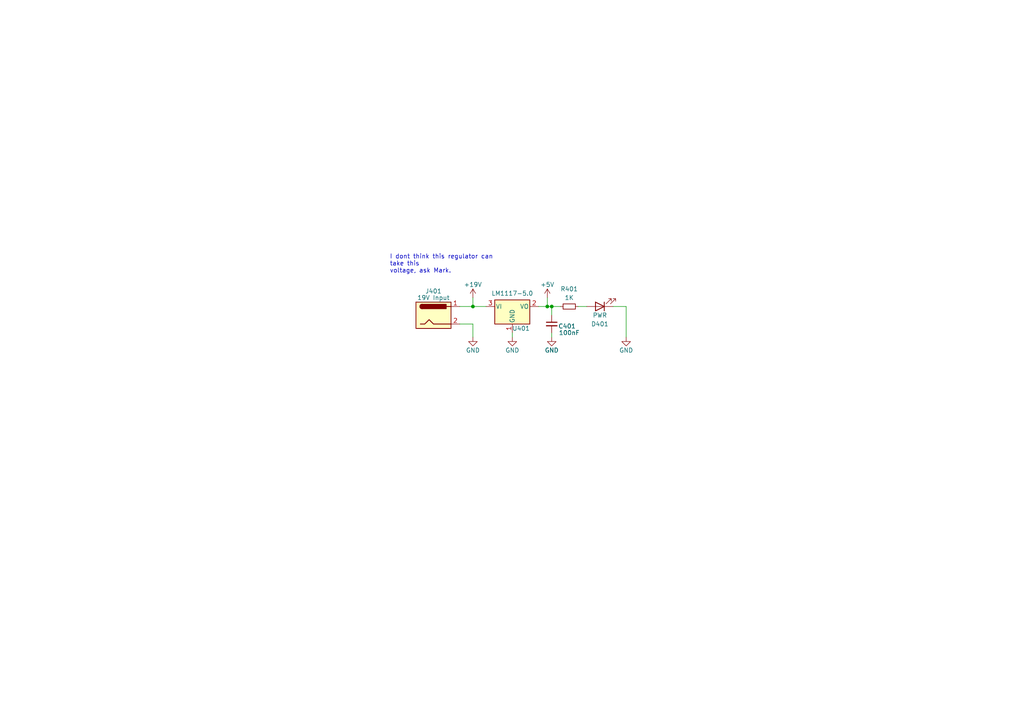
<source format=kicad_sch>
(kicad_sch (version 20211123) (generator eeschema)
  (paper "A4")
  (title_block (title "Days Without Incident Sign") (date "2022-06-24") (rev "v0.1-RC1") (company "FRC 1721"))
  (lib_symbols
    (symbol "Connector:Barrel_Jack" (pin_names (offset 1.016))
      (property "Reference" "J" (at 0 5.334 0))
      (property "Value" "Barrel_Jack" (at 0 -5.08 0))
      (symbol "Barrel_Jack_0_1"
        (rectangle (start -5.08 3.81) (end 5.08 -3.81) (stroke (width 0.254)) (fill (type background)))
        (arc (start -3.302 3.175) (mid -3.937 2.54) (end -3.302 1.905) (stroke (width 0.254)))
        (arc (start -3.302 3.175) (mid -3.937 2.54) (end -3.302 1.905) (stroke (width 0.254)) (fill (type outline)))
        (polyline (pts (xy 5.08 2.54) (xy 3.81 2.54)) (stroke (width 0.254)))
        (polyline (pts (xy -3.81 -2.54) (xy -2.54 -2.54) (xy -1.27 -1.27) (xy 0 -2.54) (xy 2.54 -2.54) (xy 5.08 -2.54)) (stroke (width 0.254)))
        (rectangle (start 3.683 3.175) (end -3.302 1.905) (stroke (width 0.254)) (fill (type outline)))
      )
      (symbol "Barrel_Jack_1_1"
        (pin passive line (at 7.62 2.54 180) (length 2.54) (name "~") (number "1"))
        (pin passive line (at 7.62 -2.54 180) (length 2.54) (name "~") (number "2"))
      )
    )
    (symbol "Device:C_Small" (pin_numbers hide) (pin_names (offset 0.254) hide)
      (property "Reference" "C" (at 0.254 1.778 0))
      (property "Value" "C_Small" (at 0.254 -2.032 0))
      (symbol "C_Small_0_1"
        (polyline (pts (xy -1.524 -0.508) (xy 1.524 -0.508)) (stroke (width 0.3302)))
        (polyline (pts (xy -1.524 0.508) (xy 1.524 0.508)) (stroke (width 0.3048)))
      )
      (symbol "C_Small_1_1"
        (pin passive line (at 0 2.54 270) (length 2.032) (name "~") (number "1"))
        (pin passive line (at 0 -2.54 90) (length 2.032) (name "~") (number "2"))
      )
    )
    (symbol "Device:LED" (pin_numbers hide) (pin_names (offset 1.016) hide)
      (property "Reference" "D" (at 0 2.54 0))
      (property "Value" "LED" (at 0 -2.54 0))
      (symbol "LED_0_1"
        (polyline (pts (xy -1.27 -1.27) (xy -1.27 1.27)) (stroke (width 0.254)))
        (polyline (pts (xy -1.27 0) (xy 1.27 0)))
        (polyline (pts (xy 1.27 -1.27) (xy 1.27 1.27) (xy -1.27 0) (xy 1.27 -1.27)) (stroke (width 0.254)))
        (polyline (pts (xy -3.048 -0.762) (xy -4.572 -2.286) (xy -3.81 -2.286) (xy -4.572 -2.286) (xy -4.572 -1.524)))
        (polyline (pts (xy -1.778 -0.762) (xy -3.302 -2.286) (xy -2.54 -2.286) (xy -3.302 -2.286) (xy -3.302 -1.524)))
      )
      (symbol "LED_1_1"
        (pin passive line (at -3.81 0 0) (length 2.54) (name "K") (number "1"))
        (pin passive line (at 3.81 0 180) (length 2.54) (name "A") (number "2"))
      )
    )
    (symbol "Device:R_Small" (pin_numbers hide) (pin_names (offset 0.254) hide)
      (property "Reference" "R" (at 0.762 0.508 0))
      (property "Value" "R_Small" (at 0.762 -1.016 0))
      (symbol "R_Small_0_1"
        (rectangle (start -0.762 1.778) (end 0.762 -1.778) (stroke (width 0.2032)))
      )
      (symbol "R_Small_1_1"
        (pin passive line (at 0 2.54 270) (length 0.762) (name "~") (number "1"))
        (pin passive line (at 0 -2.54 90) (length 0.762) (name "~") (number "2"))
      )
    )
    (symbol "KenwoodFox:+19V" (power) (pin_names (offset 0))
      (property "Value" "+19V" (at 0 3.556 0))
      (symbol "+19V_0_1"
        (polyline (pts (xy -0.762 1.27) (xy 0 2.54)))
        (polyline (pts (xy 0 0) (xy 0 2.54)))
        (polyline (pts (xy 0 2.54) (xy 0.762 1.27)))
      )
      (symbol "+19V_1_1"
        (pin power_in line (at 0 0 90) (length 0) hide (name "+19V") (number "1"))
      )
    )
    (symbol "Regulator_Linear:LM1117-5.0" (pin_names (offset 0.254))
      (property "Reference" "U" (at -3.81 3.175 0))
      (property "Value" "LM1117-5.0" (at 0 3.175 0))
      (symbol "LM1117-5.0_0_1"
        (rectangle (start -5.08 -5.08) (end 5.08 1.905) (stroke (width 0.254)) (fill (type background)))
      )
      (symbol "LM1117-5.0_1_1"
        (pin power_in line (at 0 -7.62 90) (length 2.54) (name "GND") (number "1"))
        (pin power_out line (at 7.62 0 180) (length 2.54) (name "VO") (number "2"))
        (pin power_in line (at -7.62 0 0) (length 2.54) (name "VI") (number "3"))
      )
    )
    (symbol "power:+5V" (power) (pin_names (offset 0))
      (property "Value" "+5V" (at 0 3.556 0))
      (symbol "+5V_0_1"
        (polyline (pts (xy -0.762 1.27) (xy 0 2.54)))
        (polyline (pts (xy 0 0) (xy 0 2.54)))
        (polyline (pts (xy 0 2.54) (xy 0.762 1.27)))
      )
      (symbol "+5V_1_1"
        (pin power_in line (at 0 0 90) (length 0) hide (name "+5V") (number "1"))
      )
    )
    (symbol "power:GND" (power) (pin_names (offset 0))
      (property "Value" "GND" (at 0 -3.81 0))
      (symbol "GND_0_1"
        (polyline (pts (xy 0 0) (xy 0 -1.27) (xy 1.27 -1.27) (xy 0 -2.54) (xy -1.27 -1.27) (xy 0 -1.27)))
      )
      (symbol "GND_1_1"
        (pin power_in line (at 0 0 270) (length 0) hide (name "GND") (number "1"))
      )
    )
  )
  (junction (at 160.02 88.9))
  (junction (at 137.16 88.9))
  (junction (at 158.75 88.9))
  (wire (pts (xy 137.16 93.98) (xy 133.35 93.98)))
  (wire (pts (xy 137.16 86.36) (xy 137.16 88.9)))
  (wire (pts (xy 160.02 96.52) (xy 160.02 97.79)))
  (wire (pts (xy 137.16 97.79) (xy 137.16 93.98)))
  (wire (pts (xy 133.35 88.9) (xy 137.16 88.9)))
  (wire (pts (xy 148.59 96.52) (xy 148.59 97.79)))
  (wire (pts (xy 160.02 88.9) (xy 158.75 88.9)))
  (wire (pts (xy 177.8 88.9) (xy 181.61 88.9)))
  (wire (pts (xy 181.61 88.9) (xy 181.61 97.79)))
  (wire (pts (xy 160.02 88.9) (xy 162.56 88.9)))
  (wire (pts (xy 160.02 88.9) (xy 160.02 91.44)))
  (wire (pts (xy 167.64 88.9) (xy 170.18 88.9)))
  (wire (pts (xy 158.75 86.36) (xy 158.75 88.9)))
  (wire (pts (xy 158.75 88.9) (xy 156.21 88.9)))
  (wire (pts (xy 137.16 88.9) (xy 140.97 88.9)))
  (text "I dont think this regulator can\ntake this\nvoltage, ask Mark." (at 113.03 79.375 0) (effects (font (size 1.27 1.27)) (justify left bottom)))
  (symbol (lib_id "power:GND") (at 160.02 97.79 0) (unit 1)
    (property "Reference" "#PWR0405" (effects hide))
    (property "Value" "GND" (at 160.02 101.6 0))
  )
  (symbol (lib_id "KenwoodFox:+19V") (at 137.16 86.36 0) (unit 1)
    (property "Reference" "#PWR0401" (effects hide))
    (property "Value" "+19V" (at 137.16 82.55 0))
  )
  (symbol (lib_id "Connector:Barrel_Jack") (at 125.73 91.44 0) (unit 1)
    (property "Reference" "J401" (at 125.73 84.455 0))
    (property "Value" "19V Input" (at 125.73 86.36 0))
    (property "Footprint" "Connector_BarrelJack:BarrelJack_GCT_DCJ200-10-A_Horizontal" (effects hide))
  )
  (symbol (lib_id "Device:R_Small") (at 165.1 88.9 90) (unit 1)
    (property "Reference" "R401" (at 165.1 83.82 90))
    (property "Value" "1K" (at 165.1 86.36 90))
    (property "Footprint" "Resistor_SMD:R_0805_2012Metric" (effects hide))
  )
  (symbol (lib_id "power:+5V") (at 158.75 86.36 0) (unit 1)
    (property "Reference" "#PWR0404" (effects hide))
    (property "Value" "+5V" (at 158.75 82.55 0))
  )
  (symbol (lib_id "power:GND") (at 148.59 97.79 0) (unit 1)
    (property "Reference" "#PWR0403" (effects hide))
    (property "Value" "GND" (at 148.59 101.6 0))
  )
  (symbol (lib_id "Regulator_Linear:LM1117-5.0") (at 148.59 88.9 0) (unit 1)
    (property "Reference" "U401" (at 151.13 95.25 0))
    (property "Value" "LM1117-5.0" (at 148.59 85.09 0))
    (property "Footprint" "Package_TO_SOT_SMD:SOT-223" (effects hide))
    (property "Datasheet" "http://www.ti.com/lit/ds/symlink/lm1117.pdf" (effects hide))
  )
  (symbol (lib_id "power:GND") (at 181.61 97.79 0) (unit 1)
    (property "Reference" "#PWR0406" (effects hide))
    (property "Value" "GND" (at 181.61 101.6 0))
  )
  (symbol (lib_id "power:GND") (at 137.16 97.79 0) (unit 1)
    (property "Reference" "#PWR0402" (effects hide))
    (property "Value" "GND" (at 137.16 101.6 0))
  )
  (symbol (lib_id "Device:C_Small") (at 160.02 93.98 0) (unit 1)
    (property "Reference" "C401" (at 164.465 94.615 0))
    (property "Value" "100nF" (at 165.1 96.52 0))
    (property "Footprint" "Capacitor_SMD:C_0805_2012Metric" (effects hide))
  )
  (symbol (lib_id "Device:LED") (at 173.99 88.9 180) (unit 1)
    (property "Reference" "D401" (at 173.99 93.98 0))
    (property "Value" "PWR" (at 173.99 91.44 0))
    (property "Footprint" "LED_SMD:LED_0805_2012Metric" (effects hide))
  )
)
</source>
